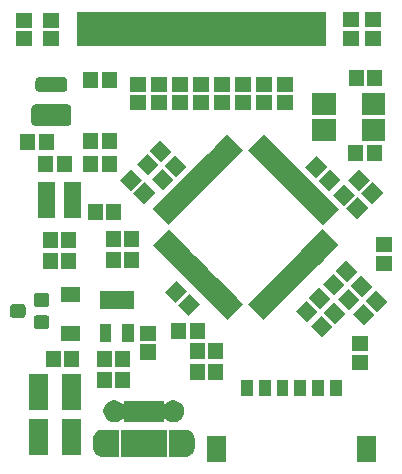
<source format=gts>
G04 #@! TF.GenerationSoftware,KiCad,Pcbnew,5.0.2+dfsg1-1*
G04 #@! TF.CreationDate,2019-10-20T13:45:48+02:00*
G04 #@! TF.ProjectId,xling,786c696e-672e-46b6-9963-61645f706362,3.1*
G04 #@! TF.SameCoordinates,Original*
G04 #@! TF.FileFunction,Soldermask,Top*
G04 #@! TF.FilePolarity,Negative*
%FSLAX46Y46*%
G04 Gerber Fmt 4.6, Leading zero omitted, Abs format (unit mm)*
G04 Created by KiCad (PCBNEW 5.0.2+dfsg1-1) date Sun 20 Oct 2019 13:45:48 CEST*
%MOMM*%
%LPD*%
G01*
G04 APERTURE LIST*
%ADD10C,0.100000*%
G04 APERTURE END LIST*
D10*
G36*
X84462000Y-85955000D02*
X82812000Y-85955000D01*
X82812000Y-83755000D01*
X84462000Y-83755000D01*
X84462000Y-85955000D01*
X84462000Y-85955000D01*
G37*
G36*
X71752000Y-85955000D02*
X70102000Y-85955000D01*
X70102000Y-83755000D01*
X71752000Y-83755000D01*
X71752000Y-85955000D01*
X71752000Y-85955000D01*
G37*
G36*
X61318848Y-83197259D02*
X61323749Y-83197500D01*
X62682000Y-83197500D01*
X62682000Y-85497500D01*
X61323748Y-85497500D01*
X61318847Y-85497741D01*
X61282000Y-85501370D01*
X61245152Y-85497741D01*
X61240251Y-85497500D01*
X61080234Y-85497500D01*
X61078194Y-85490776D01*
X61073573Y-85482131D01*
X61067355Y-85474555D01*
X61059779Y-85468337D01*
X61051134Y-85463716D01*
X61046514Y-85462063D01*
X60974372Y-85440180D01*
X60835393Y-85365893D01*
X60757457Y-85301932D01*
X60713578Y-85265922D01*
X60613607Y-85144105D01*
X60613605Y-85144102D01*
X60539320Y-85005127D01*
X60493576Y-84854326D01*
X60482000Y-84736794D01*
X60482000Y-83958205D01*
X60493576Y-83840673D01*
X60539321Y-83689872D01*
X60613608Y-83550893D01*
X60713579Y-83429078D01*
X60835394Y-83329107D01*
X60974373Y-83254820D01*
X61046514Y-83232937D01*
X61055570Y-83229186D01*
X61063719Y-83223741D01*
X61070650Y-83216810D01*
X61076096Y-83208660D01*
X61079847Y-83199604D01*
X61080265Y-83197500D01*
X61240252Y-83197500D01*
X61245153Y-83197259D01*
X61282000Y-83193630D01*
X61318848Y-83197259D01*
X61318848Y-83197259D01*
G37*
G36*
X68318847Y-83197259D02*
X68323748Y-83197500D01*
X68483766Y-83197500D01*
X68485806Y-83204224D01*
X68490427Y-83212869D01*
X68496645Y-83220445D01*
X68504221Y-83226663D01*
X68512866Y-83231284D01*
X68517486Y-83232937D01*
X68589627Y-83254820D01*
X68728602Y-83329105D01*
X68728603Y-83329106D01*
X68728605Y-83329107D01*
X68850422Y-83429078D01*
X68850424Y-83429081D01*
X68950393Y-83550893D01*
X69024680Y-83689872D01*
X69070424Y-83840673D01*
X69082000Y-83958205D01*
X69082000Y-84736795D01*
X69070424Y-84854327D01*
X69024680Y-85005128D01*
X68950393Y-85144107D01*
X68850422Y-85265922D01*
X68728607Y-85365893D01*
X68589628Y-85440180D01*
X68517486Y-85462063D01*
X68508431Y-85465814D01*
X68500281Y-85471259D01*
X68493350Y-85478190D01*
X68487904Y-85486340D01*
X68484153Y-85495395D01*
X68483734Y-85497500D01*
X68323749Y-85497500D01*
X68318848Y-85497741D01*
X68282000Y-85501370D01*
X68245153Y-85497741D01*
X68240252Y-85497500D01*
X66882000Y-85497500D01*
X66882000Y-83197500D01*
X68240251Y-83197500D01*
X68245152Y-83197259D01*
X68282000Y-83193630D01*
X68318847Y-83197259D01*
X68318847Y-83197259D01*
G37*
G36*
X66732000Y-85497500D02*
X62832000Y-85497500D01*
X62832000Y-83197500D01*
X66732000Y-83197500D01*
X66732000Y-85497500D01*
X66732000Y-85497500D01*
G37*
G36*
X59502000Y-85345000D02*
X57852000Y-85345000D01*
X57852000Y-82295000D01*
X59502000Y-82295000D01*
X59502000Y-85345000D01*
X59502000Y-85345000D01*
G37*
G36*
X56702000Y-85345000D02*
X55052000Y-85345000D01*
X55052000Y-82295000D01*
X56702000Y-82295000D01*
X56702000Y-85345000D01*
X56702000Y-85345000D01*
G37*
G36*
X62551811Y-80758046D02*
X62551814Y-80758047D01*
X62551813Y-80758047D01*
X62720152Y-80827775D01*
X62720155Y-80827777D01*
X62871653Y-80929004D01*
X62996645Y-81053996D01*
X63004221Y-81060214D01*
X63012866Y-81064835D01*
X63022245Y-81067680D01*
X63032000Y-81068641D01*
X63041755Y-81067680D01*
X63051134Y-81064835D01*
X63059779Y-81060214D01*
X63067355Y-81053996D01*
X63073573Y-81046420D01*
X63078194Y-81037775D01*
X63081039Y-81028396D01*
X63082000Y-81018641D01*
X63082000Y-80772500D01*
X66482000Y-80772500D01*
X66482000Y-81018641D01*
X66482961Y-81028396D01*
X66485806Y-81037775D01*
X66490427Y-81046420D01*
X66496645Y-81053996D01*
X66504221Y-81060214D01*
X66512866Y-81064835D01*
X66522245Y-81067680D01*
X66532000Y-81068641D01*
X66541755Y-81067680D01*
X66551134Y-81064835D01*
X66559779Y-81060214D01*
X66567355Y-81053996D01*
X66692347Y-80929004D01*
X66843845Y-80827777D01*
X66843848Y-80827775D01*
X67012187Y-80758047D01*
X67012186Y-80758047D01*
X67012189Y-80758046D01*
X67190894Y-80722500D01*
X67373106Y-80722500D01*
X67551811Y-80758046D01*
X67551814Y-80758047D01*
X67551813Y-80758047D01*
X67720152Y-80827775D01*
X67720155Y-80827777D01*
X67871653Y-80929004D01*
X68000496Y-81057847D01*
X68101723Y-81209345D01*
X68101725Y-81209348D01*
X68158575Y-81346596D01*
X68171454Y-81377689D01*
X68207000Y-81556394D01*
X68207000Y-81738606D01*
X68171454Y-81917311D01*
X68171453Y-81917313D01*
X68101725Y-82085652D01*
X68101723Y-82085655D01*
X68000496Y-82237153D01*
X67871653Y-82365996D01*
X67720155Y-82467223D01*
X67720152Y-82467225D01*
X67586706Y-82522500D01*
X67551811Y-82536954D01*
X67373106Y-82572500D01*
X67190894Y-82572500D01*
X67012189Y-82536954D01*
X66977294Y-82522500D01*
X66843848Y-82467225D01*
X66843845Y-82467223D01*
X66692347Y-82365996D01*
X66567355Y-82241004D01*
X66559779Y-82234786D01*
X66551134Y-82230165D01*
X66541755Y-82227320D01*
X66532000Y-82226359D01*
X66522245Y-82227320D01*
X66512866Y-82230165D01*
X66504221Y-82234786D01*
X66496645Y-82241004D01*
X66490427Y-82248580D01*
X66485806Y-82257225D01*
X66482961Y-82266604D01*
X66482000Y-82276359D01*
X66482000Y-82522500D01*
X63082000Y-82522500D01*
X63082000Y-82276359D01*
X63081039Y-82266604D01*
X63078194Y-82257225D01*
X63073573Y-82248580D01*
X63067355Y-82241004D01*
X63059779Y-82234786D01*
X63051134Y-82230165D01*
X63041755Y-82227320D01*
X63032000Y-82226359D01*
X63022245Y-82227320D01*
X63012866Y-82230165D01*
X63004221Y-82234786D01*
X62996645Y-82241004D01*
X62871653Y-82365996D01*
X62720155Y-82467223D01*
X62720152Y-82467225D01*
X62586706Y-82522500D01*
X62551811Y-82536954D01*
X62373106Y-82572500D01*
X62190894Y-82572500D01*
X62012189Y-82536954D01*
X61977294Y-82522500D01*
X61843848Y-82467225D01*
X61843845Y-82467223D01*
X61692347Y-82365996D01*
X61563504Y-82237153D01*
X61462277Y-82085655D01*
X61462275Y-82085652D01*
X61392547Y-81917313D01*
X61392546Y-81917311D01*
X61357000Y-81738606D01*
X61357000Y-81556394D01*
X61392546Y-81377689D01*
X61405425Y-81346596D01*
X61462275Y-81209348D01*
X61462277Y-81209345D01*
X61563504Y-81057847D01*
X61692347Y-80929004D01*
X61843845Y-80827777D01*
X61843848Y-80827775D01*
X62012187Y-80758047D01*
X62012186Y-80758047D01*
X62012189Y-80758046D01*
X62190894Y-80722500D01*
X62373106Y-80722500D01*
X62551811Y-80758046D01*
X62551811Y-80758046D01*
G37*
G36*
X56702000Y-81535000D02*
X55052000Y-81535000D01*
X55052000Y-78485000D01*
X56702000Y-78485000D01*
X56702000Y-81535000D01*
X56702000Y-81535000D01*
G37*
G36*
X59502000Y-81535000D02*
X57852000Y-81535000D01*
X57852000Y-78485000D01*
X59502000Y-78485000D01*
X59502000Y-81535000D01*
X59502000Y-81535000D01*
G37*
G36*
X74032000Y-80365000D02*
X73032000Y-80365000D01*
X73032000Y-78965000D01*
X74032000Y-78965000D01*
X74032000Y-80365000D01*
X74032000Y-80365000D01*
G37*
G36*
X75532000Y-80365000D02*
X74532000Y-80365000D01*
X74532000Y-78965000D01*
X75532000Y-78965000D01*
X75532000Y-80365000D01*
X75532000Y-80365000D01*
G37*
G36*
X77032000Y-80365000D02*
X76032000Y-80365000D01*
X76032000Y-78965000D01*
X77032000Y-78965000D01*
X77032000Y-80365000D01*
X77032000Y-80365000D01*
G37*
G36*
X80032000Y-80365000D02*
X79032000Y-80365000D01*
X79032000Y-78965000D01*
X80032000Y-78965000D01*
X80032000Y-80365000D01*
X80032000Y-80365000D01*
G37*
G36*
X78532000Y-80365000D02*
X77532000Y-80365000D01*
X77532000Y-78965000D01*
X78532000Y-78965000D01*
X78532000Y-80365000D01*
X78532000Y-80365000D01*
G37*
G36*
X81532000Y-80365000D02*
X80532000Y-80365000D01*
X80532000Y-78965000D01*
X81532000Y-78965000D01*
X81532000Y-80365000D01*
X81532000Y-80365000D01*
G37*
G36*
X63655000Y-79669000D02*
X62380000Y-79669000D01*
X62380000Y-78319000D01*
X63655000Y-78319000D01*
X63655000Y-79669000D01*
X63655000Y-79669000D01*
G37*
G36*
X62080000Y-79669000D02*
X60805000Y-79669000D01*
X60805000Y-78319000D01*
X62080000Y-78319000D01*
X62080000Y-79669000D01*
X62080000Y-79669000D01*
G37*
G36*
X71529000Y-79008600D02*
X70254000Y-79008600D01*
X70254000Y-77658600D01*
X71529000Y-77658600D01*
X71529000Y-79008600D01*
X71529000Y-79008600D01*
G37*
G36*
X69954000Y-79008600D02*
X68679000Y-79008600D01*
X68679000Y-77658600D01*
X69954000Y-77658600D01*
X69954000Y-79008600D01*
X69954000Y-79008600D01*
G37*
G36*
X83733000Y-78133000D02*
X82383000Y-78133000D01*
X82383000Y-76858000D01*
X83733000Y-76858000D01*
X83733000Y-78133000D01*
X83733000Y-78133000D01*
G37*
G36*
X59337000Y-77891000D02*
X58062000Y-77891000D01*
X58062000Y-76541000D01*
X59337000Y-76541000D01*
X59337000Y-77891000D01*
X59337000Y-77891000D01*
G37*
G36*
X57762000Y-77891000D02*
X56487000Y-77891000D01*
X56487000Y-76541000D01*
X57762000Y-76541000D01*
X57762000Y-77891000D01*
X57762000Y-77891000D01*
G37*
G36*
X63655000Y-77891000D02*
X62380000Y-77891000D01*
X62380000Y-76541000D01*
X63655000Y-76541000D01*
X63655000Y-77891000D01*
X63655000Y-77891000D01*
G37*
G36*
X62080000Y-77891000D02*
X60805000Y-77891000D01*
X60805000Y-76541000D01*
X62080000Y-76541000D01*
X62080000Y-77891000D01*
X62080000Y-77891000D01*
G37*
G36*
X65800600Y-77269400D02*
X64450600Y-77269400D01*
X64450600Y-75994400D01*
X65800600Y-75994400D01*
X65800600Y-77269400D01*
X65800600Y-77269400D01*
G37*
G36*
X71529000Y-77230600D02*
X70254000Y-77230600D01*
X70254000Y-75880600D01*
X71529000Y-75880600D01*
X71529000Y-77230600D01*
X71529000Y-77230600D01*
G37*
G36*
X69954000Y-77230600D02*
X68679000Y-77230600D01*
X68679000Y-75880600D01*
X69954000Y-75880600D01*
X69954000Y-77230600D01*
X69954000Y-77230600D01*
G37*
G36*
X83733000Y-76558000D02*
X82383000Y-76558000D01*
X82383000Y-75283000D01*
X83733000Y-75283000D01*
X83733000Y-76558000D01*
X83733000Y-76558000D01*
G37*
G36*
X63934000Y-75760000D02*
X62934000Y-75760000D01*
X62934000Y-74260000D01*
X63934000Y-74260000D01*
X63934000Y-75760000D01*
X63934000Y-75760000D01*
G37*
G36*
X62034000Y-75760000D02*
X61034000Y-75760000D01*
X61034000Y-74260000D01*
X62034000Y-74260000D01*
X62034000Y-75760000D01*
X62034000Y-75760000D01*
G37*
G36*
X59347000Y-75706000D02*
X57747000Y-75706000D01*
X57747000Y-74406000D01*
X59347000Y-74406000D01*
X59347000Y-75706000D01*
X59347000Y-75706000D01*
G37*
G36*
X65800600Y-75694400D02*
X64450600Y-75694400D01*
X64450600Y-74419400D01*
X65800600Y-74419400D01*
X65800600Y-75694400D01*
X65800600Y-75694400D01*
G37*
G36*
X68379200Y-75503400D02*
X67104200Y-75503400D01*
X67104200Y-74153400D01*
X68379200Y-74153400D01*
X68379200Y-75503400D01*
X68379200Y-75503400D01*
G37*
G36*
X69954200Y-75503400D02*
X68679200Y-75503400D01*
X68679200Y-74153400D01*
X69954200Y-74153400D01*
X69954200Y-75503400D01*
X69954200Y-75503400D01*
G37*
G36*
X80762231Y-74497364D02*
X79860670Y-75398925D01*
X78906075Y-74444330D01*
X79807636Y-73542769D01*
X80762231Y-74497364D01*
X80762231Y-74497364D01*
G37*
G36*
X56546602Y-73507521D02*
X56598145Y-73523156D01*
X56645648Y-73548547D01*
X56687284Y-73582716D01*
X56721453Y-73624352D01*
X56746844Y-73671855D01*
X56762479Y-73723398D01*
X56768000Y-73779454D01*
X56768000Y-74424546D01*
X56762479Y-74480602D01*
X56746844Y-74532145D01*
X56721453Y-74579648D01*
X56687284Y-74621284D01*
X56645648Y-74655453D01*
X56598145Y-74680844D01*
X56546602Y-74696479D01*
X56490546Y-74702000D01*
X55745454Y-74702000D01*
X55689398Y-74696479D01*
X55637855Y-74680844D01*
X55590352Y-74655453D01*
X55548716Y-74621284D01*
X55514547Y-74579648D01*
X55489156Y-74532145D01*
X55473521Y-74480602D01*
X55468000Y-74424546D01*
X55468000Y-73779454D01*
X55473521Y-73723398D01*
X55489156Y-73671855D01*
X55514547Y-73624352D01*
X55548716Y-73582716D01*
X55590352Y-73548547D01*
X55637855Y-73523156D01*
X55689398Y-73507521D01*
X55745454Y-73502000D01*
X56490546Y-73502000D01*
X56546602Y-73507521D01*
X56546602Y-73507521D01*
G37*
G36*
X84318231Y-73481364D02*
X83416670Y-74382925D01*
X82462075Y-73428330D01*
X83363636Y-72526769D01*
X84318231Y-73481364D01*
X84318231Y-73481364D01*
G37*
G36*
X81875925Y-73383670D02*
X80974364Y-74285231D01*
X80019769Y-73330636D01*
X80921330Y-72429075D01*
X81875925Y-73383670D01*
X81875925Y-73383670D01*
G37*
G36*
X79492231Y-73227364D02*
X78590670Y-74128925D01*
X77636075Y-73174330D01*
X78537636Y-72272769D01*
X79492231Y-73227364D01*
X79492231Y-73227364D01*
G37*
G36*
X67413271Y-66764785D02*
X67413277Y-66764790D01*
X68721413Y-68072926D01*
X68721418Y-68072932D01*
X69110327Y-68461841D01*
X69110333Y-68461846D01*
X69852784Y-69204297D01*
X69852789Y-69204303D01*
X70241698Y-69593212D01*
X70241704Y-69593217D01*
X70984155Y-70335668D01*
X70984160Y-70335674D01*
X71373069Y-70724583D01*
X71373075Y-70724588D01*
X72681211Y-72032724D01*
X72681216Y-72032730D01*
X73211546Y-72563060D01*
X71868042Y-73906564D01*
X71160941Y-73199463D01*
X71160936Y-73199457D01*
X70206342Y-72244863D01*
X70206336Y-72244858D01*
X69463885Y-71502407D01*
X69463880Y-71502401D01*
X69074971Y-71113492D01*
X69074965Y-71113487D01*
X68332514Y-70371036D01*
X68332509Y-70371030D01*
X67943600Y-69982121D01*
X67943594Y-69982116D01*
X67201143Y-69239665D01*
X67201138Y-69239659D01*
X66246544Y-68285065D01*
X66246538Y-68285060D01*
X65539436Y-67577958D01*
X66882940Y-66234454D01*
X67413271Y-66764785D01*
X67413271Y-66764785D01*
G37*
G36*
X81272564Y-67577958D02*
X80565457Y-68285065D01*
X79999771Y-68850750D01*
X79610863Y-69239659D01*
X76605659Y-72244863D01*
X76039973Y-72810548D01*
X75651065Y-73199457D01*
X74943958Y-73906564D01*
X73600454Y-72563060D01*
X74130785Y-72032730D01*
X74130794Y-72032719D01*
X75438921Y-70724592D01*
X75438932Y-70724583D01*
X75827841Y-70335674D01*
X75827850Y-70335663D01*
X76570292Y-69593221D01*
X76570303Y-69593212D01*
X76959212Y-69204303D01*
X76959221Y-69204292D01*
X77701663Y-68461850D01*
X77701674Y-68461841D01*
X78090583Y-68072932D01*
X78090592Y-68072921D01*
X79398719Y-66764794D01*
X79398730Y-66764785D01*
X79929060Y-66234454D01*
X81272564Y-67577958D01*
X81272564Y-67577958D01*
G37*
G36*
X54546602Y-72557521D02*
X54598145Y-72573156D01*
X54645648Y-72598547D01*
X54687284Y-72632716D01*
X54721453Y-72674352D01*
X54746844Y-72721855D01*
X54762479Y-72773398D01*
X54768000Y-72829454D01*
X54768000Y-73474546D01*
X54762479Y-73530602D01*
X54746844Y-73582145D01*
X54721453Y-73629648D01*
X54687284Y-73671284D01*
X54645648Y-73705453D01*
X54598145Y-73730844D01*
X54546602Y-73746479D01*
X54490546Y-73752000D01*
X53745454Y-73752000D01*
X53689398Y-73746479D01*
X53637855Y-73730844D01*
X53590352Y-73705453D01*
X53548716Y-73671284D01*
X53514547Y-73629648D01*
X53489156Y-73582145D01*
X53473521Y-73530602D01*
X53468000Y-73474546D01*
X53468000Y-72829454D01*
X53473521Y-72773398D01*
X53489156Y-72721855D01*
X53514547Y-72674352D01*
X53548716Y-72632716D01*
X53590352Y-72598547D01*
X53637855Y-72573156D01*
X53689398Y-72557521D01*
X53745454Y-72552000D01*
X54490546Y-72552000D01*
X54546602Y-72557521D01*
X54546602Y-72557521D01*
G37*
G36*
X69556925Y-72602830D02*
X68602330Y-73557425D01*
X67700769Y-72655864D01*
X68655364Y-71701269D01*
X69556925Y-72602830D01*
X69556925Y-72602830D01*
G37*
G36*
X85431925Y-72367670D02*
X84530364Y-73269231D01*
X83575769Y-72314636D01*
X84477330Y-71413075D01*
X85431925Y-72367670D01*
X85431925Y-72367670D01*
G37*
G36*
X83048231Y-72211364D02*
X82146670Y-73112925D01*
X81192075Y-72158330D01*
X82093636Y-71256769D01*
X83048231Y-72211364D01*
X83048231Y-72211364D01*
G37*
G36*
X80605925Y-72113670D02*
X79704364Y-73015231D01*
X78749769Y-72060636D01*
X79651330Y-71159075D01*
X80605925Y-72113670D01*
X80605925Y-72113670D01*
G37*
G36*
X63934000Y-72960000D02*
X61034000Y-72960000D01*
X61034000Y-71460000D01*
X63934000Y-71460000D01*
X63934000Y-72960000D01*
X63934000Y-72960000D01*
G37*
G36*
X56546602Y-71607521D02*
X56598145Y-71623156D01*
X56645648Y-71648547D01*
X56687284Y-71682716D01*
X56721453Y-71724352D01*
X56746844Y-71771855D01*
X56762479Y-71823398D01*
X56768000Y-71879454D01*
X56768000Y-72524546D01*
X56762479Y-72580602D01*
X56746844Y-72632145D01*
X56721453Y-72679648D01*
X56687284Y-72721284D01*
X56645648Y-72755453D01*
X56598145Y-72780844D01*
X56546602Y-72796479D01*
X56490546Y-72802000D01*
X55745454Y-72802000D01*
X55689398Y-72796479D01*
X55637855Y-72780844D01*
X55590352Y-72755453D01*
X55548716Y-72721284D01*
X55514547Y-72679648D01*
X55489156Y-72632145D01*
X55473521Y-72580602D01*
X55468000Y-72524546D01*
X55468000Y-71879454D01*
X55473521Y-71823398D01*
X55489156Y-71771855D01*
X55514547Y-71724352D01*
X55548716Y-71682716D01*
X55590352Y-71648547D01*
X55637855Y-71623156D01*
X55689398Y-71607521D01*
X55745454Y-71602000D01*
X56490546Y-71602000D01*
X56546602Y-71607521D01*
X56546602Y-71607521D01*
G37*
G36*
X68443231Y-71489136D02*
X67488636Y-72443731D01*
X66587075Y-71542170D01*
X67541670Y-70587575D01*
X68443231Y-71489136D01*
X68443231Y-71489136D01*
G37*
G36*
X59347000Y-72406000D02*
X57747000Y-72406000D01*
X57747000Y-71106000D01*
X59347000Y-71106000D01*
X59347000Y-72406000D01*
X59347000Y-72406000D01*
G37*
G36*
X84161925Y-71097670D02*
X83260364Y-71999231D01*
X82305769Y-71044636D01*
X83207330Y-70143075D01*
X84161925Y-71097670D01*
X84161925Y-71097670D01*
G37*
G36*
X81778231Y-70941364D02*
X80876670Y-71842925D01*
X79922075Y-70888330D01*
X80823636Y-69986769D01*
X81778231Y-70941364D01*
X81778231Y-70941364D01*
G37*
G36*
X82891925Y-69827670D02*
X81990364Y-70729231D01*
X81035769Y-69774636D01*
X81937330Y-68873075D01*
X82891925Y-69827670D01*
X82891925Y-69827670D01*
G37*
G36*
X85765000Y-69751000D02*
X84415000Y-69751000D01*
X84415000Y-68476000D01*
X85765000Y-68476000D01*
X85765000Y-69751000D01*
X85765000Y-69751000D01*
G37*
G36*
X59083000Y-69636000D02*
X57808000Y-69636000D01*
X57808000Y-68286000D01*
X59083000Y-68286000D01*
X59083000Y-69636000D01*
X59083000Y-69636000D01*
G37*
G36*
X57508000Y-69636000D02*
X56233000Y-69636000D01*
X56233000Y-68286000D01*
X57508000Y-68286000D01*
X57508000Y-69636000D01*
X57508000Y-69636000D01*
G37*
G36*
X62842000Y-69509000D02*
X61567000Y-69509000D01*
X61567000Y-68159000D01*
X62842000Y-68159000D01*
X62842000Y-69509000D01*
X62842000Y-69509000D01*
G37*
G36*
X64417000Y-69509000D02*
X63142000Y-69509000D01*
X63142000Y-68159000D01*
X64417000Y-68159000D01*
X64417000Y-69509000D01*
X64417000Y-69509000D01*
G37*
G36*
X85765000Y-68176000D02*
X84415000Y-68176000D01*
X84415000Y-66901000D01*
X85765000Y-66901000D01*
X85765000Y-68176000D01*
X85765000Y-68176000D01*
G37*
G36*
X59083000Y-67858000D02*
X57808000Y-67858000D01*
X57808000Y-66508000D01*
X59083000Y-66508000D01*
X59083000Y-67858000D01*
X59083000Y-67858000D01*
G37*
G36*
X57508000Y-67858000D02*
X56233000Y-67858000D01*
X56233000Y-66508000D01*
X57508000Y-66508000D01*
X57508000Y-67858000D01*
X57508000Y-67858000D01*
G37*
G36*
X64417000Y-67731000D02*
X63142000Y-67731000D01*
X63142000Y-66381000D01*
X64417000Y-66381000D01*
X64417000Y-67731000D01*
X64417000Y-67731000D01*
G37*
G36*
X62842000Y-67731000D02*
X61567000Y-67731000D01*
X61567000Y-66381000D01*
X62842000Y-66381000D01*
X62842000Y-67731000D01*
X62842000Y-67731000D01*
G37*
G36*
X73211546Y-59516940D02*
X72681216Y-60047271D01*
X67413271Y-65315216D01*
X66882940Y-65845546D01*
X65539436Y-64502042D01*
X66246533Y-63794945D01*
X66246544Y-63794936D01*
X66812229Y-63229250D01*
X67201138Y-62840342D01*
X67201147Y-62840331D01*
X67943589Y-62097889D01*
X67943600Y-62097880D01*
X68332509Y-61708971D01*
X68332518Y-61708960D01*
X69074960Y-60966518D01*
X69074971Y-60966509D01*
X69463880Y-60577600D01*
X69463889Y-60577589D01*
X70206331Y-59835147D01*
X70206342Y-59835138D01*
X70772027Y-59269452D01*
X71160936Y-58880544D01*
X71160945Y-58880533D01*
X71868042Y-58173436D01*
X73211546Y-59516940D01*
X73211546Y-59516940D01*
G37*
G36*
X75651060Y-58880538D02*
X75651065Y-58880544D01*
X76605659Y-59835138D01*
X76605665Y-59835143D01*
X77348116Y-60577594D01*
X77348121Y-60577600D01*
X77737030Y-60966509D01*
X77737036Y-60966514D01*
X78479487Y-61708965D01*
X78479492Y-61708971D01*
X78868401Y-62097880D01*
X78868407Y-62097885D01*
X79610858Y-62840336D01*
X79610863Y-62840342D01*
X80565457Y-63794936D01*
X80565463Y-63794941D01*
X81272564Y-64502042D01*
X79929060Y-65845546D01*
X79398730Y-65315216D01*
X79398724Y-65315211D01*
X78090588Y-64007075D01*
X78090583Y-64007069D01*
X77701674Y-63618160D01*
X77701668Y-63618155D01*
X76959217Y-62875704D01*
X76959212Y-62875698D01*
X76570303Y-62486789D01*
X76570297Y-62486784D01*
X75827846Y-61744333D01*
X75827841Y-61744327D01*
X75438932Y-61355418D01*
X75438926Y-61355413D01*
X74130790Y-60047277D01*
X74130785Y-60047271D01*
X73600454Y-59516940D01*
X74943958Y-58173436D01*
X75651060Y-58880538D01*
X75651060Y-58880538D01*
G37*
G36*
X62893000Y-65445000D02*
X61618000Y-65445000D01*
X61618000Y-64095000D01*
X62893000Y-64095000D01*
X62893000Y-65445000D01*
X62893000Y-65445000D01*
G37*
G36*
X61318000Y-65445000D02*
X60043000Y-65445000D01*
X60043000Y-64095000D01*
X61318000Y-64095000D01*
X61318000Y-65445000D01*
X61318000Y-65445000D01*
G37*
G36*
X83780925Y-64411330D02*
X82826330Y-65365925D01*
X81924769Y-64464364D01*
X82879364Y-63509769D01*
X83780925Y-64411330D01*
X83780925Y-64411330D01*
G37*
G36*
X59457500Y-65254000D02*
X58057500Y-65254000D01*
X58057500Y-62254000D01*
X59457500Y-62254000D01*
X59457500Y-65254000D01*
X59457500Y-65254000D01*
G37*
G36*
X57258500Y-65254000D02*
X55858500Y-65254000D01*
X55858500Y-62254000D01*
X57258500Y-62254000D01*
X57258500Y-65254000D01*
X57258500Y-65254000D01*
G37*
G36*
X82667231Y-63297636D02*
X81712636Y-64252231D01*
X80811075Y-63350670D01*
X81765670Y-62396075D01*
X82667231Y-63297636D01*
X82667231Y-63297636D01*
G37*
G36*
X85050925Y-63141330D02*
X84096330Y-64095925D01*
X83194769Y-63194364D01*
X84149364Y-62239769D01*
X85050925Y-63141330D01*
X85050925Y-63141330D01*
G37*
G36*
X65746925Y-63141330D02*
X64792330Y-64095925D01*
X63890769Y-63194364D01*
X64845364Y-62239769D01*
X65746925Y-63141330D01*
X65746925Y-63141330D01*
G37*
G36*
X81431425Y-62061830D02*
X80476830Y-63016425D01*
X79575269Y-62114864D01*
X80529864Y-61160269D01*
X81431425Y-62061830D01*
X81431425Y-62061830D01*
G37*
G36*
X64633231Y-62027636D02*
X63678636Y-62982231D01*
X62777075Y-62080670D01*
X63731670Y-61126075D01*
X64633231Y-62027636D01*
X64633231Y-62027636D01*
G37*
G36*
X83937231Y-62027636D02*
X82982636Y-62982231D01*
X82081075Y-62080670D01*
X83035670Y-61126075D01*
X83937231Y-62027636D01*
X83937231Y-62027636D01*
G37*
G36*
X67300231Y-62051364D02*
X66398670Y-62952925D01*
X65444075Y-61998330D01*
X66345636Y-61096769D01*
X67300231Y-62051364D01*
X67300231Y-62051364D01*
G37*
G36*
X80317731Y-60948136D02*
X79363136Y-61902731D01*
X78461575Y-61001170D01*
X79416170Y-60046575D01*
X80317731Y-60948136D01*
X80317731Y-60948136D01*
G37*
G36*
X68413925Y-60937670D02*
X67512364Y-61839231D01*
X66557769Y-60884636D01*
X67459330Y-59983075D01*
X68413925Y-60937670D01*
X68413925Y-60937670D01*
G37*
G36*
X66030231Y-60781364D02*
X65128670Y-61682925D01*
X64174075Y-60728330D01*
X65075636Y-59826769D01*
X66030231Y-60781364D01*
X66030231Y-60781364D01*
G37*
G36*
X60937000Y-61381000D02*
X59662000Y-61381000D01*
X59662000Y-60031000D01*
X60937000Y-60031000D01*
X60937000Y-61381000D01*
X60937000Y-61381000D01*
G37*
G36*
X58702000Y-61381000D02*
X57427000Y-61381000D01*
X57427000Y-60031000D01*
X58702000Y-60031000D01*
X58702000Y-61381000D01*
X58702000Y-61381000D01*
G37*
G36*
X57127000Y-61381000D02*
X55852000Y-61381000D01*
X55852000Y-60031000D01*
X57127000Y-60031000D01*
X57127000Y-61381000D01*
X57127000Y-61381000D01*
G37*
G36*
X62512000Y-61381000D02*
X61237000Y-61381000D01*
X61237000Y-60031000D01*
X62512000Y-60031000D01*
X62512000Y-61381000D01*
X62512000Y-61381000D01*
G37*
G36*
X67143925Y-59667670D02*
X66242364Y-60569231D01*
X65287769Y-59614636D01*
X66189330Y-58713075D01*
X67143925Y-59667670D01*
X67143925Y-59667670D01*
G37*
G36*
X83352500Y-60492000D02*
X82077500Y-60492000D01*
X82077500Y-59142000D01*
X83352500Y-59142000D01*
X83352500Y-60492000D01*
X83352500Y-60492000D01*
G37*
G36*
X84927500Y-60492000D02*
X83652500Y-60492000D01*
X83652500Y-59142000D01*
X84927500Y-59142000D01*
X84927500Y-60492000D01*
X84927500Y-60492000D01*
G37*
G36*
X57178000Y-59539500D02*
X55903000Y-59539500D01*
X55903000Y-58189500D01*
X57178000Y-58189500D01*
X57178000Y-59539500D01*
X57178000Y-59539500D01*
G37*
G36*
X55603000Y-59539500D02*
X54328000Y-59539500D01*
X54328000Y-58189500D01*
X55603000Y-58189500D01*
X55603000Y-59539500D01*
X55603000Y-59539500D01*
G37*
G36*
X60937000Y-59476000D02*
X59662000Y-59476000D01*
X59662000Y-58126000D01*
X60937000Y-58126000D01*
X60937000Y-59476000D01*
X60937000Y-59476000D01*
G37*
G36*
X62512000Y-59476000D02*
X61237000Y-59476000D01*
X61237000Y-58126000D01*
X62512000Y-58126000D01*
X62512000Y-59476000D01*
X62512000Y-59476000D01*
G37*
G36*
X85242000Y-58742000D02*
X83242000Y-58742000D01*
X83242000Y-56942000D01*
X85242000Y-56942000D01*
X85242000Y-58742000D01*
X85242000Y-58742000D01*
G37*
G36*
X81042000Y-58742000D02*
X79042000Y-58742000D01*
X79042000Y-56942000D01*
X81042000Y-56942000D01*
X81042000Y-58742000D01*
X81042000Y-58742000D01*
G37*
G36*
X58297243Y-55637383D02*
X58381615Y-55662977D01*
X58459373Y-55704540D01*
X58527527Y-55760473D01*
X58583460Y-55828627D01*
X58625023Y-55906385D01*
X58650617Y-55990757D01*
X58659500Y-56080954D01*
X58659500Y-57076046D01*
X58650617Y-57166243D01*
X58625023Y-57250615D01*
X58583460Y-57328373D01*
X58527527Y-57396527D01*
X58459373Y-57452460D01*
X58381615Y-57494023D01*
X58297243Y-57519617D01*
X58207046Y-57528500D01*
X55711954Y-57528500D01*
X55621757Y-57519617D01*
X55537385Y-57494023D01*
X55459627Y-57452460D01*
X55391473Y-57396527D01*
X55335540Y-57328373D01*
X55293977Y-57250615D01*
X55268383Y-57166243D01*
X55259500Y-57076046D01*
X55259500Y-56080954D01*
X55268383Y-55990757D01*
X55293977Y-55906385D01*
X55335540Y-55828627D01*
X55391473Y-55760473D01*
X55459627Y-55704540D01*
X55537385Y-55662977D01*
X55621757Y-55637383D01*
X55711954Y-55628500D01*
X58207046Y-55628500D01*
X58297243Y-55637383D01*
X58297243Y-55637383D01*
G37*
G36*
X81042000Y-56542000D02*
X79042000Y-56542000D01*
X79042000Y-54742000D01*
X81042000Y-54742000D01*
X81042000Y-56542000D01*
X81042000Y-56542000D01*
G37*
G36*
X85242000Y-56542000D02*
X83242000Y-56542000D01*
X83242000Y-54742000D01*
X85242000Y-54742000D01*
X85242000Y-56542000D01*
X85242000Y-56542000D01*
G37*
G36*
X66715000Y-56162000D02*
X65365000Y-56162000D01*
X65365000Y-54887000D01*
X66715000Y-54887000D01*
X66715000Y-56162000D01*
X66715000Y-56162000D01*
G37*
G36*
X72049000Y-56162000D02*
X70699000Y-56162000D01*
X70699000Y-54887000D01*
X72049000Y-54887000D01*
X72049000Y-56162000D01*
X72049000Y-56162000D01*
G37*
G36*
X64937000Y-56162000D02*
X63587000Y-56162000D01*
X63587000Y-54887000D01*
X64937000Y-54887000D01*
X64937000Y-56162000D01*
X64937000Y-56162000D01*
G37*
G36*
X68493000Y-56162000D02*
X67143000Y-56162000D01*
X67143000Y-54887000D01*
X68493000Y-54887000D01*
X68493000Y-56162000D01*
X68493000Y-56162000D01*
G37*
G36*
X70271000Y-56162000D02*
X68921000Y-56162000D01*
X68921000Y-54887000D01*
X70271000Y-54887000D01*
X70271000Y-56162000D01*
X70271000Y-56162000D01*
G37*
G36*
X77383000Y-56162000D02*
X76033000Y-56162000D01*
X76033000Y-54887000D01*
X77383000Y-54887000D01*
X77383000Y-56162000D01*
X77383000Y-56162000D01*
G37*
G36*
X75605000Y-56162000D02*
X74255000Y-56162000D01*
X74255000Y-54887000D01*
X75605000Y-54887000D01*
X75605000Y-56162000D01*
X75605000Y-56162000D01*
G37*
G36*
X73827000Y-56162000D02*
X72477000Y-56162000D01*
X72477000Y-54887000D01*
X73827000Y-54887000D01*
X73827000Y-56162000D01*
X73827000Y-56162000D01*
G37*
G36*
X75605000Y-54587000D02*
X74255000Y-54587000D01*
X74255000Y-53312000D01*
X75605000Y-53312000D01*
X75605000Y-54587000D01*
X75605000Y-54587000D01*
G37*
G36*
X77383000Y-54587000D02*
X76033000Y-54587000D01*
X76033000Y-53312000D01*
X77383000Y-53312000D01*
X77383000Y-54587000D01*
X77383000Y-54587000D01*
G37*
G36*
X73827000Y-54587000D02*
X72477000Y-54587000D01*
X72477000Y-53312000D01*
X73827000Y-53312000D01*
X73827000Y-54587000D01*
X73827000Y-54587000D01*
G37*
G36*
X72049000Y-54587000D02*
X70699000Y-54587000D01*
X70699000Y-53312000D01*
X72049000Y-53312000D01*
X72049000Y-54587000D01*
X72049000Y-54587000D01*
G37*
G36*
X68493000Y-54587000D02*
X67143000Y-54587000D01*
X67143000Y-53312000D01*
X68493000Y-53312000D01*
X68493000Y-54587000D01*
X68493000Y-54587000D01*
G37*
G36*
X66715000Y-54587000D02*
X65365000Y-54587000D01*
X65365000Y-53312000D01*
X66715000Y-53312000D01*
X66715000Y-54587000D01*
X66715000Y-54587000D01*
G37*
G36*
X64937000Y-54587000D02*
X63587000Y-54587000D01*
X63587000Y-53312000D01*
X64937000Y-53312000D01*
X64937000Y-54587000D01*
X64937000Y-54587000D01*
G37*
G36*
X70271000Y-54587000D02*
X68921000Y-54587000D01*
X68921000Y-53312000D01*
X70271000Y-53312000D01*
X70271000Y-54587000D01*
X70271000Y-54587000D01*
G37*
G36*
X58088102Y-53384021D02*
X58139645Y-53399656D01*
X58187148Y-53425047D01*
X58228784Y-53459216D01*
X58262953Y-53500852D01*
X58288344Y-53548355D01*
X58303979Y-53599898D01*
X58309500Y-53655954D01*
X58309500Y-54301046D01*
X58303979Y-54357102D01*
X58288344Y-54408645D01*
X58262953Y-54456148D01*
X58228784Y-54497784D01*
X58187148Y-54531953D01*
X58139645Y-54557344D01*
X58088102Y-54572979D01*
X58032046Y-54578500D01*
X55886954Y-54578500D01*
X55830898Y-54572979D01*
X55779355Y-54557344D01*
X55731852Y-54531953D01*
X55690216Y-54497784D01*
X55656047Y-54456148D01*
X55630656Y-54408645D01*
X55615021Y-54357102D01*
X55609500Y-54301046D01*
X55609500Y-53655954D01*
X55615021Y-53599898D01*
X55630656Y-53548355D01*
X55656047Y-53500852D01*
X55690216Y-53459216D01*
X55731852Y-53425047D01*
X55779355Y-53399656D01*
X55830898Y-53384021D01*
X55886954Y-53378500D01*
X58032046Y-53378500D01*
X58088102Y-53384021D01*
X58088102Y-53384021D01*
G37*
G36*
X62512000Y-54269000D02*
X61237000Y-54269000D01*
X61237000Y-52919000D01*
X62512000Y-52919000D01*
X62512000Y-54269000D01*
X62512000Y-54269000D01*
G37*
G36*
X60937000Y-54269000D02*
X59662000Y-54269000D01*
X59662000Y-52919000D01*
X60937000Y-52919000D01*
X60937000Y-54269000D01*
X60937000Y-54269000D01*
G37*
G36*
X84991000Y-54142000D02*
X83716000Y-54142000D01*
X83716000Y-52792000D01*
X84991000Y-52792000D01*
X84991000Y-54142000D01*
X84991000Y-54142000D01*
G37*
G36*
X83416000Y-54142000D02*
X82141000Y-54142000D01*
X82141000Y-52792000D01*
X83416000Y-52792000D01*
X83416000Y-54142000D01*
X83416000Y-54142000D01*
G37*
G36*
X57634500Y-50764500D02*
X56284500Y-50764500D01*
X56284500Y-49489500D01*
X57634500Y-49489500D01*
X57634500Y-50764500D01*
X57634500Y-50764500D01*
G37*
G36*
X55285000Y-50764500D02*
X53935000Y-50764500D01*
X53935000Y-49489500D01*
X55285000Y-49489500D01*
X55285000Y-50764500D01*
X55285000Y-50764500D01*
G37*
G36*
X80207000Y-50760000D02*
X59157000Y-50760000D01*
X59157000Y-47860000D01*
X80207000Y-47860000D01*
X80207000Y-50760000D01*
X80207000Y-50760000D01*
G37*
G36*
X84876000Y-50701000D02*
X83526000Y-50701000D01*
X83526000Y-49426000D01*
X84876000Y-49426000D01*
X84876000Y-50701000D01*
X84876000Y-50701000D01*
G37*
G36*
X82971000Y-50701000D02*
X81621000Y-50701000D01*
X81621000Y-49426000D01*
X82971000Y-49426000D01*
X82971000Y-50701000D01*
X82971000Y-50701000D01*
G37*
G36*
X57634500Y-49189500D02*
X56284500Y-49189500D01*
X56284500Y-47914500D01*
X57634500Y-47914500D01*
X57634500Y-49189500D01*
X57634500Y-49189500D01*
G37*
G36*
X55285000Y-49189500D02*
X53935000Y-49189500D01*
X53935000Y-47914500D01*
X55285000Y-47914500D01*
X55285000Y-49189500D01*
X55285000Y-49189500D01*
G37*
G36*
X84876000Y-49126000D02*
X83526000Y-49126000D01*
X83526000Y-47851000D01*
X84876000Y-47851000D01*
X84876000Y-49126000D01*
X84876000Y-49126000D01*
G37*
G36*
X82971000Y-49126000D02*
X81621000Y-49126000D01*
X81621000Y-47851000D01*
X82971000Y-47851000D01*
X82971000Y-49126000D01*
X82971000Y-49126000D01*
G37*
M02*

</source>
